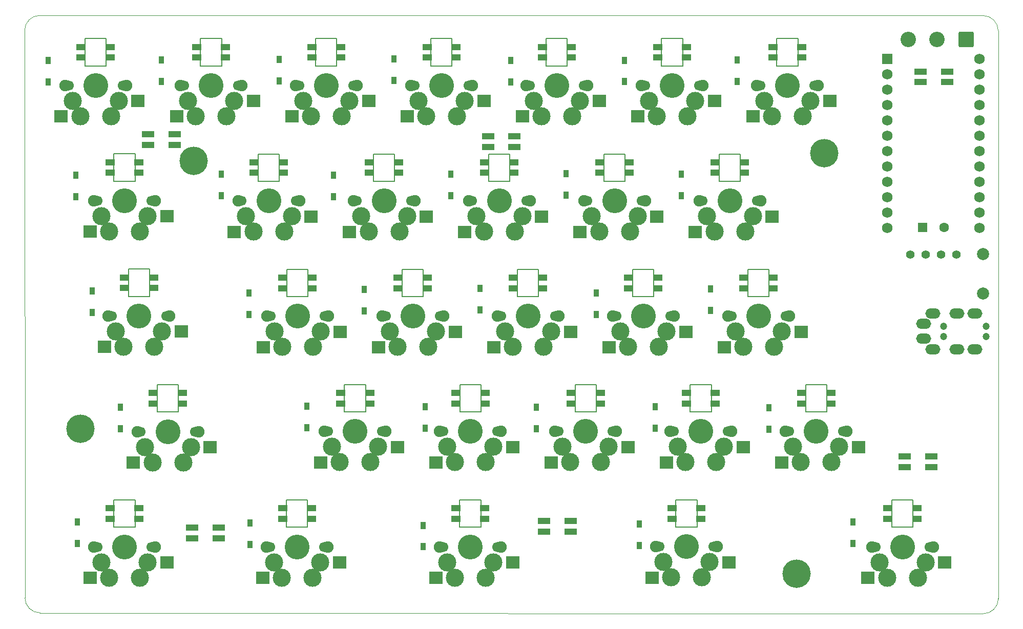
<source format=gbs>
G04 #@! TF.GenerationSoftware,KiCad,Pcbnew,(6.0.7)*
G04 #@! TF.CreationDate,2022-08-10T12:46:35+00:00*
G04 #@! TF.ProjectId,zzsplit,7a7a7370-6c69-4742-9e6b-696361645f70,rev?*
G04 #@! TF.SameCoordinates,Original*
G04 #@! TF.FileFunction,Soldermask,Bot*
G04 #@! TF.FilePolarity,Negative*
%FSLAX46Y46*%
G04 Gerber Fmt 4.6, Leading zero omitted, Abs format (unit mm)*
G04 Created by KiCad (PCBNEW (6.0.7)) date 2022-08-10 12:46:35*
%MOMM*%
%LPD*%
G01*
G04 APERTURE LIST*
G04 Aperture macros list*
%AMRoundRect*
0 Rectangle with rounded corners*
0 $1 Rounding radius*
0 $2 $3 $4 $5 $6 $7 $8 $9 X,Y pos of 4 corners*
0 Add a 4 corners polygon primitive as box body*
4,1,4,$2,$3,$4,$5,$6,$7,$8,$9,$2,$3,0*
0 Add four circle primitives for the rounded corners*
1,1,$1+$1,$2,$3*
1,1,$1+$1,$4,$5*
1,1,$1+$1,$6,$7*
1,1,$1+$1,$8,$9*
0 Add four rect primitives between the rounded corners*
20,1,$1+$1,$2,$3,$4,$5,0*
20,1,$1+$1,$4,$5,$6,$7,0*
20,1,$1+$1,$6,$7,$8,$9,0*
20,1,$1+$1,$8,$9,$2,$3,0*%
G04 Aperture macros list end*
G04 #@! TA.AperFunction,Profile*
%ADD10C,0.150000*%
G04 #@! TD*
G04 #@! TA.AperFunction,Profile*
%ADD11C,0.100000*%
G04 #@! TD*
%ADD12R,0.950000X1.300000*%
%ADD13R,2.000000X1.000000*%
%ADD14C,4.100000*%
%ADD15C,3.000000*%
%ADD16C,1.900000*%
%ADD17C,1.700000*%
%ADD18R,1.600000X1.000000*%
%ADD19R,2.300000X2.000000*%
%ADD20C,4.700000*%
%ADD21C,1.200000*%
%ADD22O,2.500000X1.700000*%
%ADD23RoundRect,0.250000X-0.550000X-0.550000X0.550000X-0.550000X0.550000X0.550000X-0.550000X0.550000X0*%
%ADD24C,1.600000*%
%ADD25R,1.752600X1.752600*%
%ADD26C,1.752600*%
%ADD27RoundRect,0.249999X1.025001X1.025001X-1.025001X1.025001X-1.025001X-1.025001X1.025001X-1.025001X0*%
%ADD28C,2.550000*%
%ADD29C,1.397000*%
%ADD30C,2.000000*%
G04 APERTURE END LIST*
D10*
X65690000Y-47300000D02*
X69190000Y-47300000D01*
X69190000Y-51800000D02*
X65690000Y-51800000D01*
X65690000Y-51800000D02*
X65690000Y-47300000D01*
X69190000Y-47300000D02*
X69190000Y-51800000D01*
X84750000Y-47300000D02*
X88250000Y-47300000D01*
X88250000Y-51800000D02*
X84750000Y-51800000D01*
X84750000Y-51800000D02*
X84750000Y-47300000D01*
X88250000Y-47300000D02*
X88250000Y-51800000D01*
X94290000Y-66360000D02*
X97790000Y-66360000D01*
X97790000Y-70860000D02*
X94290000Y-70860000D01*
X94290000Y-70860000D02*
X94290000Y-66360000D01*
X97790000Y-66360000D02*
X97790000Y-70860000D01*
X70450000Y-66350000D02*
X73950000Y-66350000D01*
X73950000Y-70850000D02*
X70450000Y-70850000D01*
X70450000Y-70850000D02*
X70450000Y-66350000D01*
X73950000Y-66350000D02*
X73950000Y-70850000D01*
X72850000Y-85400000D02*
X76350000Y-85400000D01*
X76350000Y-89900000D02*
X72850000Y-89900000D01*
X72850000Y-89900000D02*
X72850000Y-85400000D01*
X76350000Y-85400000D02*
X76350000Y-89900000D01*
X99050000Y-85430000D02*
X102550000Y-85430000D01*
X102550000Y-89930000D02*
X99050000Y-89930000D01*
X99050000Y-89930000D02*
X99050000Y-85430000D01*
X102550000Y-85430000D02*
X102550000Y-89930000D01*
X77610000Y-104520000D02*
X81110000Y-104520000D01*
X81110000Y-109020000D02*
X77610000Y-109020000D01*
X77610000Y-109020000D02*
X77610000Y-104520000D01*
X81110000Y-104520000D02*
X81110000Y-109020000D01*
X70460000Y-123570000D02*
X73960000Y-123570000D01*
X73960000Y-128070000D02*
X70460000Y-128070000D01*
X70460000Y-128070000D02*
X70460000Y-123570000D01*
X73960000Y-123570000D02*
X73960000Y-128070000D01*
X108560000Y-104500000D02*
X112060000Y-104500000D01*
X112060000Y-109000000D02*
X108560000Y-109000000D01*
X108560000Y-109000000D02*
X108560000Y-104500000D01*
X112060000Y-104500000D02*
X112060000Y-109000000D01*
X98960000Y-123560000D02*
X102460000Y-123560000D01*
X102460000Y-128060000D02*
X98960000Y-128060000D01*
X98960000Y-128060000D02*
X98960000Y-123560000D01*
X102460000Y-123560000D02*
X102460000Y-128060000D01*
X127610000Y-123550000D02*
X131110000Y-123550000D01*
X131110000Y-128050000D02*
X127610000Y-128050000D01*
X127610000Y-128050000D02*
X127610000Y-123550000D01*
X131110000Y-123550000D02*
X131110000Y-128050000D01*
X127620000Y-104490000D02*
X131120000Y-104490000D01*
X131120000Y-108990000D02*
X127620000Y-108990000D01*
X127620000Y-108990000D02*
X127620000Y-104490000D01*
X131120000Y-104490000D02*
X131120000Y-108990000D01*
X118100000Y-85430000D02*
X121600000Y-85430000D01*
X121600000Y-89930000D02*
X118100000Y-89930000D01*
X118100000Y-89930000D02*
X118100000Y-85430000D01*
X121600000Y-85430000D02*
X121600000Y-89930000D01*
X113330000Y-66360000D02*
X116830000Y-66360000D01*
X116830000Y-70860000D02*
X113330000Y-70860000D01*
X113330000Y-70860000D02*
X113330000Y-66360000D01*
X116830000Y-66360000D02*
X116830000Y-70860000D01*
X103790000Y-47300000D02*
X107290000Y-47300000D01*
X107290000Y-51800000D02*
X103790000Y-51800000D01*
X103790000Y-51800000D02*
X103790000Y-47300000D01*
X107290000Y-47300000D02*
X107290000Y-51800000D01*
X122840000Y-47300000D02*
X126340000Y-47300000D01*
X126340000Y-51800000D02*
X122840000Y-51800000D01*
X122840000Y-51800000D02*
X122840000Y-47300000D01*
X126340000Y-47300000D02*
X126340000Y-51800000D01*
X141890000Y-47300000D02*
X145390000Y-47300000D01*
X145390000Y-51800000D02*
X141890000Y-51800000D01*
X141890000Y-51800000D02*
X141890000Y-47300000D01*
X145390000Y-47300000D02*
X145390000Y-51800000D01*
X132390000Y-66360000D02*
X135890000Y-66360000D01*
X135890000Y-70860000D02*
X132390000Y-70860000D01*
X132390000Y-70860000D02*
X132390000Y-66360000D01*
X135890000Y-66360000D02*
X135890000Y-70860000D01*
X137150000Y-85420000D02*
X140650000Y-85420000D01*
X140650000Y-89920000D02*
X137150000Y-89920000D01*
X137150000Y-89920000D02*
X137150000Y-85420000D01*
X140650000Y-85420000D02*
X140650000Y-89920000D01*
X146670000Y-104490000D02*
X150170000Y-104490000D01*
X150170000Y-108990000D02*
X146670000Y-108990000D01*
X146670000Y-108990000D02*
X146670000Y-104490000D01*
X150170000Y-104490000D02*
X150170000Y-108990000D01*
X160950000Y-47300000D02*
X164450000Y-47300000D01*
X164450000Y-51800000D02*
X160950000Y-51800000D01*
X160950000Y-51800000D02*
X160950000Y-47300000D01*
X164450000Y-47300000D02*
X164450000Y-51800000D01*
X151440000Y-66360000D02*
X154940000Y-66360000D01*
X154940000Y-70860000D02*
X151440000Y-70860000D01*
X151440000Y-70860000D02*
X151440000Y-66360000D01*
X154940000Y-66360000D02*
X154940000Y-70860000D01*
X156200000Y-85420000D02*
X159700000Y-85420000D01*
X159700000Y-89920000D02*
X156200000Y-89920000D01*
X156200000Y-89920000D02*
X156200000Y-85420000D01*
X159700000Y-85420000D02*
X159700000Y-89920000D01*
X165700000Y-104480000D02*
X169200000Y-104480000D01*
X169200000Y-108980000D02*
X165700000Y-108980000D01*
X165700000Y-108980000D02*
X165700000Y-104480000D01*
X169200000Y-104480000D02*
X169200000Y-108980000D01*
X163330000Y-123540000D02*
X166830000Y-123540000D01*
X166830000Y-128040000D02*
X163330000Y-128040000D01*
X163330000Y-128040000D02*
X163330000Y-123540000D01*
X166830000Y-123540000D02*
X166830000Y-128040000D01*
X199040000Y-123550000D02*
X202540000Y-123550000D01*
X202540000Y-128050000D02*
X199040000Y-128050000D01*
X199040000Y-128050000D02*
X199040000Y-123550000D01*
X202540000Y-123550000D02*
X202540000Y-128050000D01*
X184770000Y-104490000D02*
X188270000Y-104490000D01*
X188270000Y-108990000D02*
X184770000Y-108990000D01*
X184770000Y-108990000D02*
X184770000Y-104490000D01*
X188270000Y-104490000D02*
X188270000Y-108990000D01*
X180000000Y-47300000D02*
X183500000Y-47300000D01*
X183500000Y-51800000D02*
X180000000Y-51800000D01*
X180000000Y-51800000D02*
X180000000Y-47300000D01*
X183500000Y-47300000D02*
X183500000Y-51800000D01*
X170490000Y-66360000D02*
X173990000Y-66360000D01*
X173990000Y-70860000D02*
X170490000Y-70860000D01*
X170490000Y-70860000D02*
X170490000Y-66360000D01*
X173990000Y-66360000D02*
X173990000Y-70860000D01*
X175250000Y-85430000D02*
X178750000Y-85430000D01*
X178750000Y-89930000D02*
X175250000Y-89930000D01*
X175250000Y-89930000D02*
X175250000Y-85430000D01*
X178750000Y-85430000D02*
X178750000Y-89930000D01*
D11*
X58200000Y-43460000D02*
X214110000Y-43490001D01*
X55740000Y-139720000D02*
G75*
G03*
X58240000Y-142220000I2500000J0D01*
G01*
X216600019Y-45990000D02*
X216630000Y-139850000D01*
X214109920Y-142359980D02*
X58240000Y-142220000D01*
X55700000Y-45960000D02*
X55740000Y-139720000D01*
X214109920Y-142359980D02*
G75*
G03*
X216630000Y-139850000I10080J2509980D01*
G01*
X216600019Y-45990000D02*
G75*
G03*
X214110000Y-43490001I-2500019J0D01*
G01*
X58200000Y-43460000D02*
G75*
G03*
X55700000Y-45960000I0J-2500000D01*
G01*
D12*
X157270000Y-131055000D03*
X157270000Y-127505000D03*
D13*
X132270000Y-65215000D03*
X132270000Y-63465000D03*
X136670000Y-63465000D03*
X136670000Y-65215000D03*
D14*
X74600000Y-93150001D03*
D15*
X77140000Y-98230001D03*
D16*
X69520000Y-93150001D03*
D15*
X78410000Y-95690001D03*
X70790000Y-95690002D03*
D17*
X79100000Y-93150001D03*
D15*
X72060000Y-98230001D03*
D17*
X70100000Y-93150001D03*
D16*
X79680000Y-93150001D03*
D18*
X77000000Y-88525001D03*
X77000000Y-86775001D03*
X72200000Y-86775001D03*
X72200000Y-88525001D03*
D19*
X81600000Y-95730001D03*
X68900000Y-98270001D03*
D15*
X189060000Y-117320000D03*
D17*
X191020000Y-112240000D03*
X182020000Y-112240000D03*
D15*
X183980000Y-117320000D03*
D14*
X186520000Y-112240000D03*
D16*
X181440000Y-112240000D03*
D15*
X190330000Y-114780000D03*
X182710000Y-114780001D03*
D16*
X191600000Y-112240000D03*
D18*
X188920000Y-107615000D03*
X188920000Y-105865000D03*
X184120000Y-105865000D03*
X184120000Y-107615000D03*
D19*
X193520000Y-114820000D03*
X180820000Y-117360000D03*
D16*
X139220000Y-74110000D03*
D15*
X137950000Y-76650000D03*
D17*
X138640000Y-74110000D03*
D16*
X129060000Y-74110000D03*
D15*
X130330000Y-76650001D03*
D17*
X129640000Y-74110000D03*
D15*
X131600000Y-79190000D03*
X136680000Y-79190000D03*
D14*
X134140000Y-74110000D03*
D18*
X136540000Y-69485000D03*
X136540000Y-67735000D03*
X131740000Y-67735000D03*
X131740000Y-69485000D03*
D19*
X141140000Y-76690000D03*
X128440000Y-79230000D03*
D12*
X121860000Y-111725000D03*
X121860000Y-108175000D03*
D20*
X187880000Y-66240000D03*
D14*
X157950000Y-93180000D03*
D15*
X160490000Y-98260000D03*
X155410000Y-98260000D03*
X154140000Y-95720001D03*
D17*
X153450000Y-93180000D03*
D15*
X161760000Y-95720000D03*
D16*
X163030000Y-93180000D03*
D17*
X162450000Y-93180000D03*
D16*
X152870000Y-93180000D03*
D18*
X160350000Y-88555000D03*
X160350000Y-86805000D03*
X155550000Y-86805000D03*
X155550000Y-88555000D03*
D19*
X164950000Y-95760000D03*
X152250000Y-98300000D03*
D13*
X141532100Y-128805000D03*
X141532100Y-127055000D03*
X145932100Y-127055000D03*
X145932100Y-128805000D03*
D12*
X97780000Y-54300000D03*
X97780000Y-50750000D03*
X92760000Y-92870000D03*
X92760000Y-89320000D03*
X126150000Y-73250000D03*
X126150000Y-69700000D03*
X136000000Y-54435000D03*
X136000000Y-50885000D03*
X92950000Y-130885000D03*
X92950000Y-127335000D03*
D15*
X198250000Y-136380000D03*
D17*
X196290000Y-131300000D03*
D14*
X200790000Y-131300000D03*
D15*
X196980000Y-133840001D03*
X203330000Y-136380000D03*
D16*
X195710000Y-131300000D03*
D15*
X204600000Y-133840000D03*
D16*
X205870000Y-131300000D03*
D17*
X205290000Y-131300000D03*
D18*
X203190000Y-126675000D03*
X203190000Y-124925000D03*
X198390000Y-124925000D03*
X198390000Y-126675000D03*
D19*
X207790000Y-133880000D03*
X195090000Y-136420000D03*
D12*
X88200000Y-73290000D03*
X88200000Y-69740000D03*
D15*
X169990000Y-117310000D03*
D16*
X162370000Y-112230000D03*
D15*
X163640000Y-114770001D03*
D16*
X172530000Y-112230000D03*
D15*
X171260000Y-114770000D03*
D17*
X162950000Y-112230000D03*
X171950000Y-112230000D03*
D14*
X167450000Y-112230000D03*
D15*
X164910000Y-117310000D03*
D18*
X169850000Y-107605000D03*
X169850000Y-105855000D03*
X165050000Y-105855000D03*
X165050000Y-107605000D03*
D19*
X174450000Y-114810000D03*
X161750000Y-117350000D03*
D17*
X71940000Y-55050000D03*
D15*
X71250000Y-57590000D03*
D14*
X67440000Y-55050000D03*
D15*
X69980000Y-60130000D03*
X63630000Y-57590001D03*
D16*
X62360000Y-55050000D03*
X72520000Y-55050000D03*
D15*
X64900000Y-60130000D03*
D17*
X62940000Y-55050000D03*
D18*
X69840000Y-50425000D03*
X69840000Y-48675000D03*
X65040000Y-48675000D03*
X65040000Y-50425000D03*
D19*
X74440000Y-57630000D03*
X61740000Y-60170000D03*
D12*
X140310000Y-111765000D03*
X140310000Y-108215000D03*
X169070000Y-92185000D03*
X169070000Y-88635000D03*
X130950000Y-92145000D03*
X130950000Y-88595000D03*
D13*
X203780000Y-54495000D03*
X203780000Y-52745000D03*
X208180000Y-52745000D03*
X208180000Y-54495000D03*
D12*
X173440000Y-54360000D03*
X173440000Y-50810000D03*
X102330000Y-111600000D03*
X102330000Y-108050000D03*
X192570000Y-130755000D03*
X192570000Y-127205000D03*
X164200000Y-73220000D03*
X164200000Y-69670000D03*
D20*
X83660000Y-67470000D03*
D14*
X181745000Y-55050000D03*
D15*
X179205000Y-60130000D03*
D17*
X186245000Y-55050000D03*
D15*
X185555000Y-57590000D03*
D16*
X186825000Y-55050000D03*
X176665000Y-55050000D03*
D15*
X184285000Y-60130000D03*
D17*
X177245000Y-55050000D03*
D15*
X177935000Y-57590001D03*
D18*
X184145000Y-50425000D03*
X184145000Y-48675000D03*
X179345000Y-48675000D03*
X179345000Y-50425000D03*
D19*
X188745000Y-57630000D03*
X176045000Y-60170000D03*
D12*
X159950000Y-111695000D03*
X159950000Y-108145000D03*
D20*
X183270000Y-135710000D03*
D12*
X106780000Y-73420000D03*
X106780000Y-69870000D03*
D17*
X181500000Y-93180000D03*
D15*
X174460000Y-98260000D03*
X173190000Y-95720001D03*
D14*
X177000000Y-93180000D03*
D15*
X179540000Y-98260000D03*
D16*
X182080000Y-93180000D03*
D15*
X180810000Y-95720000D03*
D17*
X172500000Y-93180000D03*
D16*
X171920000Y-93180000D03*
D18*
X179400000Y-88555000D03*
X179400000Y-86805000D03*
X174600000Y-86805000D03*
X174600000Y-88555000D03*
D19*
X184000000Y-95760000D03*
X171300000Y-98300000D03*
D20*
X64880000Y-111770000D03*
D17*
X160580000Y-131290000D03*
D14*
X165080000Y-131290000D03*
D16*
X160000000Y-131290000D03*
D15*
X162540000Y-136370000D03*
D16*
X170160000Y-131290000D03*
D17*
X169580000Y-131290000D03*
D15*
X167620000Y-136370000D03*
X161270000Y-133830001D03*
X168890000Y-133830000D03*
D18*
X167480000Y-126665000D03*
X167480000Y-124915000D03*
X162680000Y-124915000D03*
X162680000Y-126665000D03*
D19*
X172080000Y-133870000D03*
X159380000Y-136410000D03*
D12*
X66870000Y-92595000D03*
X66870000Y-89045000D03*
D16*
X158270000Y-74110000D03*
D15*
X155730000Y-79190000D03*
D17*
X148690000Y-74110000D03*
D15*
X149380000Y-76650001D03*
D16*
X148110000Y-74110000D03*
D14*
X153190000Y-74110000D03*
D15*
X150650000Y-79190000D03*
X157000000Y-76650000D03*
D17*
X157690000Y-74110000D03*
D18*
X155590000Y-69485000D03*
X155590000Y-67735000D03*
X150790000Y-67735000D03*
X150790000Y-69485000D03*
D19*
X160190000Y-76690000D03*
X147490000Y-79230000D03*
D17*
X176740000Y-74110000D03*
D15*
X168430000Y-76650001D03*
X176050000Y-76650000D03*
X169700000Y-79190000D03*
X174780000Y-79190000D03*
D14*
X172240000Y-74110000D03*
D16*
X167160000Y-74110000D03*
D17*
X167740000Y-74110000D03*
D16*
X177320000Y-74110000D03*
D18*
X174640000Y-69485000D03*
X174640000Y-67735000D03*
X169840000Y-67735000D03*
X169840000Y-69485000D03*
D19*
X179240000Y-76690000D03*
X166540000Y-79230000D03*
D13*
X205540000Y-116375000D03*
X205540000Y-118125000D03*
X201140000Y-118125000D03*
X201140000Y-116375000D03*
D21*
X207585000Y-96565000D03*
X214585000Y-94815000D03*
X207585000Y-94815000D03*
X214585000Y-96565000D03*
D22*
X205785000Y-98665000D03*
X205785000Y-92715000D03*
X209785000Y-92715000D03*
X209785000Y-98665000D03*
X212785000Y-98665000D03*
X212785000Y-92715000D03*
X204285000Y-96915000D03*
X204285000Y-94465000D03*
D16*
X143980000Y-93180000D03*
D15*
X135090000Y-95720001D03*
D16*
X133820000Y-93180000D03*
D15*
X141440000Y-98260000D03*
D17*
X143400000Y-93180000D03*
D14*
X138900000Y-93180000D03*
D15*
X136360000Y-98260000D03*
D17*
X134400000Y-93180000D03*
D15*
X142710000Y-95720000D03*
D18*
X141300000Y-88555000D03*
X141300000Y-86805000D03*
X136500000Y-86805000D03*
X136500000Y-88555000D03*
D19*
X145900000Y-95760000D03*
X133200000Y-98300000D03*
D15*
X122055000Y-60130000D03*
X120785000Y-57590001D03*
D16*
X119515000Y-55050000D03*
D14*
X124595000Y-55050000D03*
D17*
X120095000Y-55050000D03*
D15*
X127135000Y-60130000D03*
D17*
X129095000Y-55050000D03*
D16*
X129675000Y-55050000D03*
D15*
X128405000Y-57590000D03*
D18*
X126995000Y-50425000D03*
X126995000Y-48675000D03*
X122195000Y-48675000D03*
X122195000Y-50425000D03*
D19*
X131595000Y-57630000D03*
X118895000Y-60170000D03*
D14*
X72200000Y-74090000D03*
D15*
X76010000Y-76630000D03*
D16*
X67120000Y-74090000D03*
D15*
X69660000Y-79170000D03*
X68390000Y-76630001D03*
D16*
X77280000Y-74090000D03*
D15*
X74740000Y-79170000D03*
D17*
X76700000Y-74090000D03*
X67700000Y-74090000D03*
D18*
X74600000Y-69465000D03*
X74600000Y-67715000D03*
X69800000Y-67715000D03*
X69800000Y-69465000D03*
D19*
X79200000Y-76670000D03*
X66500000Y-79210000D03*
D23*
X204075000Y-78545000D03*
D24*
X207675000Y-78545000D03*
D25*
X198255000Y-50686750D03*
D26*
X198255000Y-53226750D03*
X198255000Y-55766750D03*
X198255000Y-58306750D03*
X198255000Y-60846750D03*
X198255000Y-63386750D03*
X198255000Y-65926750D03*
X198255000Y-68466750D03*
X198255000Y-71006750D03*
X198255000Y-73546750D03*
X198255000Y-76086750D03*
X198255000Y-78626750D03*
X213495000Y-78626750D03*
X213495000Y-76086750D03*
X213495000Y-73546750D03*
X213495000Y-71006750D03*
X213495000Y-68466750D03*
X213495000Y-65926750D03*
X213495000Y-63386750D03*
X213495000Y-60846750D03*
X213495000Y-58306750D03*
X213495000Y-55766750D03*
X213495000Y-53226750D03*
X213495000Y-50686750D03*
D12*
X64180000Y-73445000D03*
X64180000Y-69895000D03*
D27*
X211310000Y-47430000D03*
D28*
X206510000Y-47430000D03*
X201710000Y-47430000D03*
D13*
X76122100Y-64845000D03*
X76122100Y-63095000D03*
X80522100Y-63095000D03*
X80522100Y-64845000D03*
D12*
X111820000Y-92315000D03*
X111820000Y-88765000D03*
X121590000Y-131295000D03*
X121590000Y-127745000D03*
D29*
X202065000Y-82990000D03*
X204605000Y-82990000D03*
X207145000Y-82990000D03*
X209685000Y-82990000D03*
D17*
X152920000Y-112240000D03*
D16*
X143340000Y-112240000D03*
D15*
X144610000Y-114780001D03*
X150960000Y-117320000D03*
D16*
X153500000Y-112240000D03*
D15*
X152230000Y-114780000D03*
D14*
X148420000Y-112240000D03*
D15*
X145880000Y-117320000D03*
D17*
X143920000Y-112240000D03*
D18*
X150820000Y-107615000D03*
X150820000Y-105865000D03*
X146020000Y-105865000D03*
X146020000Y-107615000D03*
D19*
X155420000Y-114820000D03*
X142720000Y-117360000D03*
D16*
X74280000Y-112270000D03*
X84440000Y-112270000D03*
D14*
X79360000Y-112270000D03*
D15*
X76820000Y-117350000D03*
X81900000Y-117350000D03*
D17*
X74860000Y-112270000D03*
D15*
X75550000Y-114810001D03*
X83170000Y-114810000D03*
D17*
X83860000Y-112270000D03*
D18*
X81760000Y-107645000D03*
X81760000Y-105895000D03*
X76960000Y-105895000D03*
X76960000Y-107645000D03*
D19*
X86360000Y-114850000D03*
X73660000Y-117390000D03*
D15*
X133180000Y-114780000D03*
D17*
X133870000Y-112240000D03*
D16*
X124290000Y-112240000D03*
D17*
X124870000Y-112240000D03*
D16*
X134450000Y-112240000D03*
D15*
X125560000Y-114780001D03*
X126830000Y-117320000D03*
D14*
X129370000Y-112240000D03*
D15*
X131910000Y-117320000D03*
D18*
X131770000Y-107615000D03*
X131770000Y-105865000D03*
X126970000Y-105865000D03*
X126970000Y-107615000D03*
D19*
X136370000Y-114820000D03*
X123670000Y-117360000D03*
D15*
X74750000Y-136400001D03*
D17*
X76710000Y-131320001D03*
D15*
X69670000Y-136400001D03*
X76020000Y-133860001D03*
D16*
X77290000Y-131320001D03*
X67130000Y-131320001D03*
D15*
X68400000Y-133860002D03*
D14*
X72210000Y-131320001D03*
D17*
X67710000Y-131320001D03*
D18*
X74610000Y-126695001D03*
X74610000Y-124945001D03*
X69810000Y-124945001D03*
X69810000Y-126695001D03*
D19*
X79210000Y-133900001D03*
X66510000Y-136440001D03*
D12*
X64410000Y-130765000D03*
X64410000Y-127215000D03*
D13*
X83362100Y-129875000D03*
X83362100Y-128125000D03*
X87762100Y-128125000D03*
X87762100Y-129875000D03*
D12*
X178740000Y-111865000D03*
X178740000Y-108315000D03*
X154850000Y-54415000D03*
X154850000Y-50865000D03*
X145170000Y-73190000D03*
X145170000Y-69640000D03*
D16*
X114770000Y-93180000D03*
D14*
X119850000Y-93180000D03*
D17*
X115350000Y-93180000D03*
X124350000Y-93180000D03*
D15*
X122390000Y-98260000D03*
X116040000Y-95720001D03*
D16*
X124930000Y-93180000D03*
D15*
X117310000Y-98260000D03*
X123660000Y-95720000D03*
D18*
X122250000Y-88555000D03*
X122250000Y-86805000D03*
X117450000Y-86805000D03*
X117450000Y-88555000D03*
D19*
X126850000Y-95760000D03*
X114150000Y-98300000D03*
D14*
X162695000Y-55050000D03*
D16*
X157615000Y-55050000D03*
D17*
X158195000Y-55050000D03*
D16*
X167775000Y-55050000D03*
D15*
X165235000Y-60130000D03*
X166505000Y-57590000D03*
X160155000Y-60130000D03*
D17*
X167195000Y-55050000D03*
D15*
X158885000Y-57590001D03*
D18*
X165095000Y-50425000D03*
X165095000Y-48675000D03*
X160295000Y-48675000D03*
X160295000Y-50425000D03*
D19*
X169695000Y-57630000D03*
X156995000Y-60170000D03*
D15*
X108085000Y-60130000D03*
D16*
X100465000Y-55050000D03*
D17*
X110045000Y-55050000D03*
D15*
X109355000Y-57590000D03*
X101735000Y-57590001D03*
D16*
X110625000Y-55050000D03*
D15*
X103005000Y-60130000D03*
D17*
X101045000Y-55050000D03*
D14*
X105545000Y-55050000D03*
D18*
X107945000Y-50425000D03*
X107945000Y-48675000D03*
X103145000Y-48675000D03*
X103145000Y-50425000D03*
D19*
X112545000Y-57630000D03*
X99845000Y-60170000D03*
D16*
X124280000Y-131300000D03*
D15*
X133170000Y-133840000D03*
X125550000Y-133840001D03*
D17*
X133860000Y-131300000D03*
D15*
X126820000Y-136380000D03*
D17*
X124860000Y-131300000D03*
D16*
X134440000Y-131300000D03*
D14*
X129360000Y-131300000D03*
D15*
X131900000Y-136380000D03*
D18*
X131760000Y-126675000D03*
X131760000Y-124925000D03*
X126960000Y-124925000D03*
X126960000Y-126675000D03*
D19*
X136360000Y-133880000D03*
X123660000Y-136420000D03*
D15*
X98580000Y-79190000D03*
X92230000Y-76650001D03*
X99850000Y-76650000D03*
X93500000Y-79190000D03*
D16*
X90960000Y-74110000D03*
D17*
X91540000Y-74110000D03*
D16*
X101120000Y-74110000D03*
D17*
X100540000Y-74110000D03*
D14*
X96040000Y-74110000D03*
D18*
X98440000Y-69485000D03*
X98440000Y-67735000D03*
X93640000Y-67735000D03*
X93640000Y-69485000D03*
D19*
X103040000Y-76690000D03*
X90340000Y-79230000D03*
D17*
X90995000Y-55050000D03*
D15*
X90305000Y-57590000D03*
X83955000Y-60130000D03*
X82685000Y-57590001D03*
D16*
X81415000Y-55050000D03*
D15*
X89035000Y-60130000D03*
D14*
X86495000Y-55050000D03*
D17*
X81995000Y-55050000D03*
D16*
X91575000Y-55050000D03*
D18*
X88895000Y-50425000D03*
X88895000Y-48675000D03*
X84095000Y-48675000D03*
X84095000Y-50425000D03*
D19*
X93495000Y-57630000D03*
X80795000Y-60170000D03*
D15*
X104530000Y-133850000D03*
D17*
X105220000Y-131310000D03*
D16*
X95640000Y-131310000D03*
D17*
X96220000Y-131310000D03*
D16*
X105800000Y-131310000D03*
D15*
X103260000Y-136390000D03*
D14*
X100720000Y-131310000D03*
D15*
X96910000Y-133850001D03*
X98180000Y-136390000D03*
D18*
X103120000Y-126685000D03*
X103120000Y-124935000D03*
X98320000Y-124935000D03*
X98320000Y-126685000D03*
D19*
X107720000Y-133890000D03*
X95020000Y-136430000D03*
D12*
X116770000Y-54180000D03*
X116770000Y-50630000D03*
X78280000Y-54350000D03*
X78280000Y-50800000D03*
X150210000Y-92895000D03*
X150210000Y-89345000D03*
D14*
X110320000Y-112240000D03*
D15*
X112860000Y-117320000D03*
X114130000Y-114780000D03*
D16*
X105240000Y-112240000D03*
D17*
X105820000Y-112240000D03*
D16*
X115400000Y-112240000D03*
D15*
X107780000Y-117320000D03*
X106510000Y-114780001D03*
D17*
X114820000Y-112240000D03*
D18*
X112720000Y-107615000D03*
X112720000Y-105865000D03*
X107920000Y-105865000D03*
X107920000Y-107615000D03*
D19*
X117320000Y-114820000D03*
X104620000Y-117360000D03*
D30*
X214130000Y-89415000D03*
X214130000Y-82915000D03*
D15*
X147455000Y-57590000D03*
D14*
X143645000Y-55050000D03*
D15*
X141105000Y-60130000D03*
D16*
X138565000Y-55050000D03*
X148725000Y-55050000D03*
D15*
X146185000Y-60130000D03*
D17*
X139145000Y-55050000D03*
D15*
X139835000Y-57590001D03*
D17*
X148145000Y-55050000D03*
D18*
X146045000Y-50425000D03*
X146045000Y-48675000D03*
X141245000Y-48675000D03*
X141245000Y-50425000D03*
D19*
X150645000Y-57630000D03*
X137945000Y-60170000D03*
D16*
X105880000Y-93180000D03*
D15*
X96990000Y-95720001D03*
D14*
X100800000Y-93180000D03*
D17*
X105300000Y-93180000D03*
X96300000Y-93180000D03*
D15*
X103340000Y-98260000D03*
D16*
X95720000Y-93180000D03*
D15*
X104610000Y-95720000D03*
X98260000Y-98260000D03*
D18*
X103200000Y-88555000D03*
X103200000Y-86805000D03*
X98400000Y-86805000D03*
X98400000Y-88555000D03*
D19*
X107800000Y-95760000D03*
X95100000Y-98300000D03*
D12*
X71480000Y-111740000D03*
X71480000Y-108190000D03*
X59570000Y-54490000D03*
X59570000Y-50940000D03*
D17*
X119590000Y-74110000D03*
D16*
X110010000Y-74110000D03*
X120170000Y-74110000D03*
D15*
X117630000Y-79190000D03*
D14*
X115090000Y-74110000D03*
D15*
X112550000Y-79190000D03*
X118900000Y-76650000D03*
D17*
X110590000Y-74110000D03*
D15*
X111280000Y-76650001D03*
D18*
X117490000Y-69485000D03*
X117490000Y-67735000D03*
X112690000Y-67735000D03*
X112690000Y-69485000D03*
D19*
X122090000Y-76690000D03*
X109390000Y-79230000D03*
M02*

</source>
